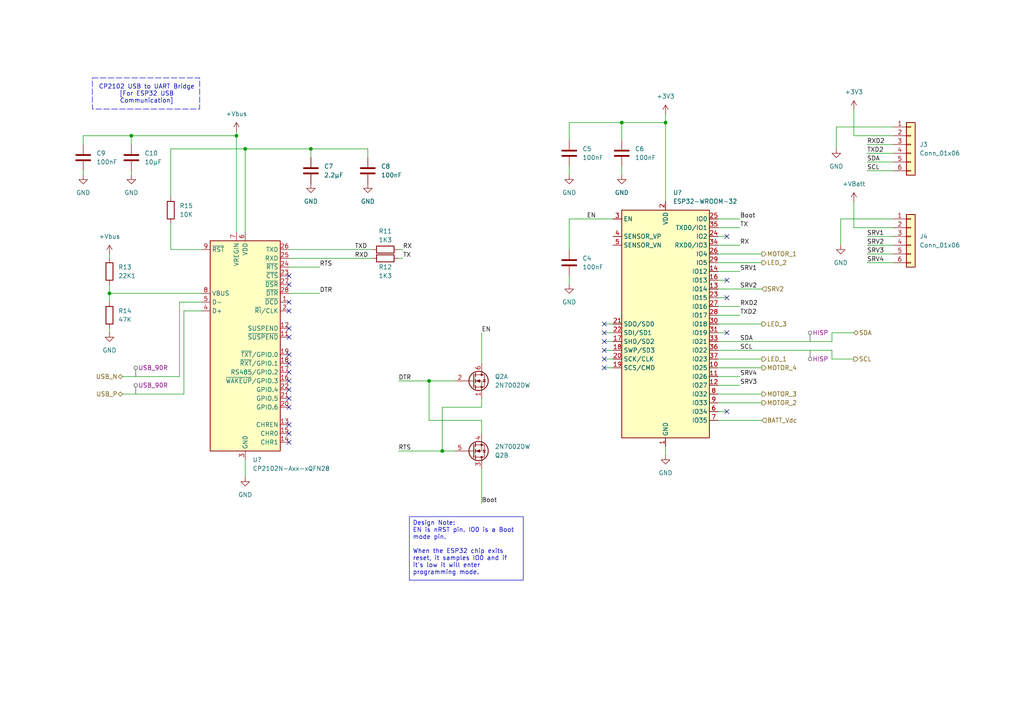
<source format=kicad_sch>
(kicad_sch (version 20250114) (generator "eeschema") (generator_version "9.0")
  (paper "A4")
  (lib_symbols
    (symbol "AI_CAPACITORS:C" (pin_numbers (hide yes)) (pin_names (offset 0.254))
      (property "Reference" "C" (at 0.635 2.54 0))
      (property "Value" "C" (at 0.635 -2.54 0))
      (symbol "C_0_1"
        (polyline (pts (xy -2.032 0.762) (xy 2.032 0.762)) (stroke (width 0.508)))
        (polyline (pts (xy -2.032 -0.762) (xy 2.032 -0.762)) (stroke (width 0.508)))
      )
      (symbol "C_1_1"
        (pin passive line (at 0 3.81 270) (length 2.794) (name "~") (number "1"))
        (pin passive line (at 0 -3.81 90) (length 2.794) (name "~") (number "2"))
      )
    )
    (symbol "AI_CONNECTORS:Conn_01x06" (pin_names (offset 1.016) (hide yes))
      (property "Reference" "J" (at 0 7.62 0))
      (property "Value" "Conn_01x06" (at 0 -10.16 0))
      (symbol "Conn_01x06_1_1"
        (rectangle (start -1.27 6.35) (end 1.27 -8.89) (stroke (width 0.254)) (fill (type background)))
        (rectangle (start -1.27 5.207) (end 0 4.953) (stroke (width 0.1524)))
        (rectangle (start -1.27 2.667) (end 0 2.413) (stroke (width 0.1524)))
        (rectangle (start -1.27 0.127) (end 0 -0.127) (stroke (width 0.1524)))
        (rectangle (start -1.27 -2.413) (end 0 -2.667) (stroke (width 0.1524)))
        (rectangle (start -1.27 -4.953) (end 0 -5.207) (stroke (width 0.1524)))
        (rectangle (start -1.27 -7.493) (end 0 -7.747) (stroke (width 0.1524)))
        (pin passive line (at -5.08 5.08 0) (length 3.81) (name "Pin_1") (number "1"))
        (pin passive line (at -5.08 2.54 0) (length 3.81) (name "Pin_2") (number "2"))
        (pin passive line (at -5.08 0 0) (length 3.81) (name "Pin_3") (number "3"))
        (pin passive line (at -5.08 -2.54 0) (length 3.81) (name "Pin_4") (number "4"))
        (pin passive line (at -5.08 -5.08 0) (length 3.81) (name "Pin_5") (number "5"))
        (pin passive line (at -5.08 -7.62 0) (length 3.81) (name "Pin_6") (number "6"))
      )
    )
    (symbol "AI_RESISTORS:R" (pin_numbers (hide yes)) (pin_names (offset 0))
      (property "Reference" "R" (at 2.032 0 90))
      (property "Value" "R" (at 0 0 90))
      (symbol "R_0_1"
        (rectangle (start -1.016 -2.54) (end 1.016 2.54) (stroke (width 0.254)))
      )
      (symbol "R_1_1"
        (pin passive line (at 0 3.81 270) (length 1.27) (name "~") (number "1"))
        (pin passive line (at 0 -3.81 90) (length 1.27) (name "~") (number "2"))
      )
    )
    (symbol "Device:R" (pin_numbers (hide yes)) (pin_names (offset 0))
      (property "Reference" "R" (at 2.032 0 90))
      (property "Value" "R" (at 0 0 90))
      (symbol "R_0_1"
        (rectangle (start -1.016 -2.54) (end 1.016 2.54) (stroke (width 0.254)))
      )
      (symbol "R_1_1"
        (pin passive line (at 0 3.81 270) (length 1.27) (name "~") (number "1"))
        (pin passive line (at 0 -3.81 90) (length 1.27) (name "~") (number "2"))
      )
    )
    (symbol "Interface_USB:CP2102N-Axx-xQFN28"
      (property "Reference" "U" (at -8.89 31.75 0))
      (property "Value" "CP2102N-Axx-xQFN28" (at 12.7 31.75 0))
      (symbol "CP2102N-Axx-xQFN28_0_1"
        (rectangle (start -10.16 30.48) (end 10.16 -30.48) (stroke (width 0.254)) (fill (type background)))
      )
      (symbol "CP2102N-Axx-xQFN28_1_1"
        (pin input line (at -12.7 27.94 0) (length 2.54) (name "~{RST}") (number "9"))
        (pin input line (at -12.7 15.24 0) (length 2.54) (name "VBUS") (number "8"))
        (pin bidirectional line (at -12.7 12.7 0) (length 2.54) (name "D-") (number "5"))
        (pin bidirectional line (at -12.7 10.16 0) (length 2.54) (name "D+") (number "4"))
        (pin no_connect line (at -10.16 -27.94 0) (length 2.54) (hide yes) (name "NC") (number "10"))
        (pin power_in line (at -2.54 33.02 270) (length 2.54) (name "VREGIN") (number "7"))
        (pin power_in line (at 0 33.02 270) (length 2.54) (name "VDD") (number "6"))
        (pin passive line (at 0 -33.02 90) (length 2.54) (hide yes) (name "GND") (number "29"))
        (pin power_in line (at 0 -33.02 90) (length 2.54) (name "GND") (number "3"))
        (pin output line (at 12.7 27.94 180) (length 2.54) (name "TXD") (number "26"))
        (pin input line (at 12.7 25.4 180) (length 2.54) (name "RXD") (number "25"))
        (pin output line (at 12.7 22.86 180) (length 2.54) (name "~{RTS}") (number "24"))
        (pin input line (at 12.7 20.32 180) (length 2.54) (name "~{CTS}") (number "23"))
        (pin input line (at 12.7 17.78 180) (length 2.54) (name "~{DSR}") (number "27"))
        (pin output line (at 12.7 15.24 180) (length 2.54) (name "~{DTR}") (number "28"))
        (pin input line (at 12.7 12.7 180) (length 2.54) (name "~{DCD}") (number "1"))
        (pin bidirectional line (at 12.7 10.16 180) (length 2.54) (name "~{RI}/CLK") (number "2"))
        (pin output line (at 12.7 5.08 180) (length 2.54) (name "SUSPEND") (number "12"))
        (pin output line (at 12.7 2.54 180) (length 2.54) (name "~{SUSPEND}") (number "11"))
        (pin bidirectional line (at 12.7 -2.54 180) (length 2.54) (name "~{TXT}/GPIO.0") (number "19"))
        (pin bidirectional line (at 12.7 -5.08 180) (length 2.54) (name "~{RXT}/GPIO.1") (number "18"))
        (pin bidirectional line (at 12.7 -7.62 180) (length 2.54) (name "RS485/GPIO.2") (number "17"))
        (pin bidirectional line (at 12.7 -10.16 180) (length 2.54) (name "~{WAKEUP}/GPIO.3") (number "16"))
        (pin bidirectional line (at 12.7 -12.7 180) (length 2.54) (name "GPIO.4") (number "22"))
        (pin bidirectional line (at 12.7 -15.24 180) (length 2.54) (name "GPIO.5") (number "21"))
        (pin bidirectional line (at 12.7 -17.78 180) (length 2.54) (name "GPIO.6") (number "20"))
        (pin output line (at 12.7 -22.86 180) (length 2.54) (name "CHREN") (number "13"))
        (pin output line (at 12.7 -25.4 180) (length 2.54) (name "CHR0") (number "15"))
        (pin output line (at 12.7 -27.94 180) (length 2.54) (name "CHR1") (number "14"))
      )
    )
    (symbol "RF_Module:ESP32-WROOM-32"
      (property "Reference" "U" (at -12.7 34.29 0))
      (property "Value" "ESP32-WROOM-32" (at 1.27 34.29 0))
      (symbol "ESP32-WROOM-32_0_1"
        (rectangle (start -12.7 33.02) (end 12.7 -33.02) (stroke (width 0.254)) (fill (type background)))
      )
      (symbol "ESP32-WROOM-32_1_1"
        (pin input line (at -15.24 30.48 0) (length 2.54) (name "EN") (number "3"))
        (pin input line (at -15.24 25.4 0) (length 2.54) (name "SENSOR_VP") (number "4"))
        (pin input line (at -15.24 22.86 0) (length 2.54) (name "SENSOR_VN") (number "5"))
        (pin bidirectional line (at -15.24 0 0) (length 2.54) (name "SDO/SD0") (number "21"))
        (pin bidirectional line (at -15.24 -2.54 0) (length 2.54) (name "SDI/SD1") (number "22"))
        (pin bidirectional line (at -15.24 -5.08 0) (length 2.54) (name "SHD/SD2") (number "17"))
        (pin bidirectional line (at -15.24 -7.62 0) (length 2.54) (name "SWP/SD3") (number "18"))
        (pin bidirectional line (at -15.24 -10.16 0) (length 2.54) (name "SCK/CLK") (number "20"))
        (pin bidirectional line (at -15.24 -12.7 0) (length 2.54) (name "SCS/CMD") (number "19"))
        (pin no_connect line (at -12.7 -27.94 0) (length 2.54) (hide yes) (name "NC") (number "32"))
        (pin power_in line (at 0 35.56 270) (length 2.54) (name "VDD") (number "2"))
        (pin power_in line (at 0 -35.56 90) (length 2.54) (name "GND") (number "1"))
        (pin passive line (at 0 -35.56 90) (length 2.54) (hide yes) (name "GND") (number "15"))
        (pin passive line (at 0 -35.56 90) (length 2.54) (hide yes) (name "GND") (number "38"))
        (pin passive line (at 0 -35.56 90) (length 2.54) (hide yes) (name "GND") (number "39"))
        (pin bidirectional line (at 15.24 30.48 180) (length 2.54) (name "IO0") (number "25"))
        (pin bidirectional line (at 15.24 27.94 180) (length 2.54) (name "TXD0/IO1") (number "35"))
        (pin bidirectional line (at 15.24 25.4 180) (length 2.54) (name "IO2") (number "24"))
        (pin bidirectional line (at 15.24 22.86 180) (length 2.54) (name "RXD0/IO3") (number "34"))
        (pin bidirectional line (at 15.24 20.32 180) (length 2.54) (name "IO4") (number "26"))
        (pin bidirectional line (at 15.24 17.78 180) (length 2.54) (name "IO5") (number "29"))
        (pin bidirectional line (at 15.24 15.24 180) (length 2.54) (name "IO12") (number "14"))
        (pin bidirectional line (at 15.24 12.7 180) (length 2.54) (name "IO13") (number "16"))
        (pin bidirectional line (at 15.24 10.16 180) (length 2.54) (name "IO14") (number "13"))
        (pin bidirectional line (at 15.24 7.62 180) (length 2.54) (name "IO15") (number "23"))
        (pin bidirectional line (at 15.24 5.08 180) (length 2.54) (name "IO16") (number "27"))
        (pin bidirectional line (at 15.24 2.54 180) (length 2.54) (name "IO17") (number "28"))
        (pin bidirectional line (at 15.24 0 180) (length 2.54) (name "IO18") (number "30"))
        (pin bidirectional line (at 15.24 -2.54 180) (length 2.54) (name "IO19") (number "31"))
        (pin bidirectional line (at 15.24 -5.08 180) (length 2.54) (name "IO21") (number "33"))
        (pin bidirectional line (at 15.24 -7.62 180) (length 2.54) (name "IO22") (number "36"))
        (pin bidirectional line (at 15.24 -10.16 180) (length 2.54) (name "IO23") (number "37"))
        (pin bidirectional line (at 15.24 -12.7 180) (length 2.54) (name "IO25") (number "10"))
        (pin bidirectional line (at 15.24 -15.24 180) (length 2.54) (name "IO26") (number "11"))
        (pin bidirectional line (at 15.24 -17.78 180) (length 2.54) (name "IO27") (number "12"))
        (pin bidirectional line (at 15.24 -20.32 180) (length 2.54) (name "IO32") (number "8"))
        (pin bidirectional line (at 15.24 -22.86 180) (length 2.54) (name "IO33") (number "9"))
        (pin input line (at 15.24 -25.4 180) (length 2.54) (name "IO34") (number "6"))
        (pin input line (at 15.24 -27.94 180) (length 2.54) (name "IO35") (number "7"))
      )
    )
    (symbol "Transistor_FET:Q_Dual_NMOS_S1G1D2S2G2D1" (pin_names (offset 0) (hide yes))
      (property "Reference" "Q" (at 5.08 1.905 0))
      (property "Value" "Q_Dual_NMOS_S1G1D2S2G2D1" (at 5.08 0 0))
      (symbol "Q_Dual_NMOS_S1G1D2S2G2D1_0_1"
        (polyline (pts (xy 0.254 1.905) (xy 0.254 -1.905)) (stroke (width 0.254)))
        (polyline (pts (xy 0.254 0) (xy -2.54 0)))
        (polyline (pts (xy 0.762 2.286) (xy 0.762 1.27)) (stroke (width 0.254)))
        (polyline (pts (xy 0.762 0.508) (xy 0.762 -0.508)) (stroke (width 0.254)))
        (polyline (pts (xy 0.762 -1.27) (xy 0.762 -2.286)) (stroke (width 0.254)))
        (polyline (pts (xy 0.762 -1.778) (xy 3.302 -1.778) (xy 3.302 1.778) (xy 0.762 1.778)))
        (polyline (pts (xy 1.016 0) (xy 2.032 0.381) (xy 2.032 -0.381) (xy 1.016 0)) (fill (type outline)))
        (circle (center 1.651 0) (radius 2.794) (stroke (width 0.254)))
        (polyline (pts (xy 2.54 2.54) (xy 2.54 1.778)))
        (circle (center 2.54 1.778) (radius 0.254) (fill (type outline)))
        (circle (center 2.54 -1.778) (radius 0.254) (fill (type outline)))
        (polyline (pts (xy 2.54 -2.54) (xy 2.54 0) (xy 0.762 0)))
        (polyline (pts (xy 2.921 0.381) (xy 3.683 0.381)))
        (polyline (pts (xy 3.302 0.381) (xy 2.921 -0.254) (xy 3.683 -0.254) (xy 3.302 0.381)))
      )
      (symbol "Q_Dual_NMOS_S1G1D2S2G2D1_1_1"
        (pin input line (at -5.08 0 0) (length 2.54) (name "G") (number "2"))
        (pin passive line (at 2.54 5.08 270) (length 2.54) (name "D") (number "6"))
        (pin passive line (at 2.54 -5.08 90) (length 2.54) (name "S") (number "1"))
      )
      (symbol "Q_Dual_NMOS_S1G1D2S2G2D1_2_1"
        (pin input line (at -5.08 0 0) (length 2.54) (name "G") (number "5"))
        (pin passive line (at 2.54 5.08 270) (length 2.54) (name "D") (number "3"))
        (pin passive line (at 2.54 -5.08 90) (length 2.54) (name "S") (number "4"))
      )
    )
    (symbol "power:+3V3" (power) (pin_numbers (hide yes)) (pin_names (offset 0) (hide yes))
      (property "Value" "+3V3" (at 0 3.556 0))
      (symbol "+3V3_0_1"
        (polyline (pts (xy -0.762 1.27) (xy 0 2.54)))
        (polyline (pts (xy 0 2.54) (xy 0.762 1.27)))
        (polyline (pts (xy 0 0) (xy 0 2.54)))
      )
      (symbol "+3V3_1_1"
        (pin power_in line (at 0 0 90) (length 0) (name "~") (number "1"))
      )
    )
    (symbol "power:+BATT" (power) (pin_numbers (hide yes)) (pin_names (offset 0) (hide yes))
      (property "Value" "+BATT" (at 0 3.556 0))
      (symbol "+BATT_0_1"
        (polyline (pts (xy -0.762 1.27) (xy 0 2.54)))
        (polyline (pts (xy 0 2.54) (xy 0.762 1.27)))
        (polyline (pts (xy 0 0) (xy 0 2.54)))
      )
      (symbol "+BATT_1_1"
        (pin power_in line (at 0 0 90) (length 0) (name "~") (number "1"))
      )
    )
    (symbol "power:GND" (power) (pin_numbers (hide yes)) (pin_names (offset 0) (hide yes))
      (property "Value" "GND" (at 0 -3.81 0))
      (symbol "GND_0_1"
        (polyline (pts (xy 0 0) (xy 0 -1.27) (xy 1.27 -1.27) (xy 0 -2.54) (xy -1.27 -1.27) (xy 0 -1.27)))
      )
      (symbol "GND_1_1"
        (pin power_in line (at 0 0 270) (length 0) (name "~") (number "1"))
      )
    )
    (symbol "power:VBUS" (power) (pin_numbers (hide yes)) (pin_names (offset 0) (hide yes))
      (property "Value" "VBUS" (at 0 3.556 0))
      (symbol "VBUS_0_1"
        (polyline (pts (xy -0.762 1.27) (xy 0 2.54)))
        (polyline (pts (xy 0 2.54) (xy 0.762 1.27)))
        (polyline (pts (xy 0 0) (xy 0 2.54)))
      )
      (symbol "VBUS_1_1"
        (pin power_in line (at 0 0 90) (length 0) (name "~") (number "1"))
      )
    )
  )
  (rectangle (start 26.797 22.606) (end 57.912 31.623) (stroke (width 0) (type dash)))
  (text "CP2102 USB to UART Bridge\n[For ESP32 USB\nCommunication]" (at 42.545 27.305 0) (effects (font (size 1.27 1.27))))
  (text_box "Design Note:\nEN is nRST pin. IO0 is a Boot mode pin.\n\nWhen the ESP32 chip exits reset, it samples IO0 and if it's low it will enter programming mode." (at 118.745 149.86 0) (size 33.02 18.415) (margins 0.9525 0.9525 0.9525 0.9525) (effects (font (size 1.27 1.27)) (justify left top)))
  (junction (at 124.46 110.49))
  (junction (at 31.75 85.09))
  (junction (at 71.12 43.18))
  (junction (at 180.34 35.56))
  (junction (at 68.58 39.37))
  (junction (at 38.1 39.37))
  (junction (at 90.17 43.18))
  (junction (at 193.04 35.56))
  (junction (at 128.27 130.81))
  (no_connect (at 83.82 113.03))
  (no_connect (at 83.82 128.27))
  (no_connect (at 83.82 87.63))
  (no_connect (at 83.82 102.87))
  (no_connect (at 175.26 99.06))
  (no_connect (at 83.82 97.79))
  (no_connect (at 175.26 93.98))
  (no_connect (at 210.82 86.36))
  (no_connect (at 210.82 81.28))
  (no_connect (at 83.82 80.01))
  (no_connect (at 83.82 95.25))
  (no_connect (at 83.82 82.55))
  (no_connect (at 175.26 96.52))
  (no_connect (at 210.82 96.52))
  (no_connect (at 83.82 110.49))
  (no_connect (at 210.82 68.58))
  (no_connect (at 210.82 119.38))
  (no_connect (at 83.82 105.41))
  (no_connect (at 175.26 104.14))
  (no_connect (at 83.82 115.57))
  (no_connect (at 83.82 125.73))
  (no_connect (at 83.82 118.11))
  (no_connect (at 83.82 123.19))
  (no_connect (at 175.26 106.68))
  (no_connect (at 83.82 107.95))
  (no_connect (at 175.26 101.6))
  (no_connect (at 83.82 90.17))
  (wire (pts (xy 53.34 90.17) (xy 58.42 90.17)))
  (wire (pts (xy 115.57 110.49) (xy 124.46 110.49)))
  (wire (pts (xy 208.28 71.12) (xy 214.63 71.12)))
  (wire (pts (xy 208.28 81.28) (xy 210.82 81.28)))
  (wire (pts (xy 139.7 121.92) (xy 139.7 125.73)))
  (wire (pts (xy 175.26 96.52) (xy 177.8 96.52)))
  (wire (pts (xy 115.57 74.93) (xy 116.84 74.93)))
  (wire (pts (xy 175.26 106.68) (xy 177.8 106.68)))
  (wire (pts (xy 208.28 114.3) (xy 220.98 114.3)))
  (wire (pts (xy 38.1 39.37) (xy 38.1 41.91)))
  (wire (pts (xy 90.17 43.18) (xy 90.17 45.72)))
  (wire (pts (xy 208.28 63.5) (xy 214.63 63.5)))
  (wire (pts (xy 251.46 68.58) (xy 259.08 68.58)))
  (wire (pts (xy 243.84 63.5) (xy 259.08 63.5)))
  (wire (pts (xy 35.56 109.22) (xy 52.07 109.22)))
  (wire (pts (xy 193.04 33.02) (xy 193.04 35.56)))
  (wire (pts (xy 115.57 72.39) (xy 116.84 72.39)))
  (wire (pts (xy 24.13 50.8) (xy 24.13 49.53)))
  (wire (pts (xy 247.65 31.75) (xy 247.65 39.37)))
  (wire (pts (xy 251.46 44.45) (xy 259.08 44.45)))
  (wire (pts (xy 24.13 39.37) (xy 24.13 41.91)))
  (wire (pts (xy 208.28 68.58) (xy 210.82 68.58)))
  (wire (pts (xy 139.7 115.57) (xy 139.7 118.11)))
  (wire (pts (xy 208.28 83.82) (xy 220.98 83.82)))
  (wire (pts (xy 124.46 110.49) (xy 124.46 121.92)))
  (wire (pts (xy 38.1 39.37) (xy 68.58 39.37)))
  (wire (pts (xy 193.04 35.56) (xy 193.04 58.42)))
  (wire (pts (xy 208.28 76.2) (xy 220.98 76.2)))
  (wire (pts (xy 208.28 96.52) (xy 210.82 96.52)))
  (wire (pts (xy 242.57 36.83) (xy 242.57 43.18)))
  (wire (pts (xy 251.46 41.91) (xy 259.08 41.91)))
  (wire (pts (xy 128.27 130.81) (xy 132.08 130.81)))
  (wire (pts (xy 31.75 85.09) (xy 58.42 85.09)))
  (wire (pts (xy 124.46 121.92) (xy 139.7 121.92)))
  (wire (pts (xy 71.12 43.18) (xy 90.17 43.18)))
  (wire (pts (xy 208.28 109.22) (xy 214.63 109.22)))
  (wire (pts (xy 243.84 63.5) (xy 243.84 71.12)))
  (wire (pts (xy 165.1 35.56) (xy 165.1 40.64)))
  (wire (pts (xy 31.75 95.25) (xy 31.75 96.52)))
  (wire (pts (xy 208.28 73.66) (xy 220.98 73.66)))
  (wire (pts (xy 165.1 35.56) (xy 180.34 35.56)))
  (wire (pts (xy 24.13 39.37) (xy 38.1 39.37)))
  (wire (pts (xy 251.46 73.66) (xy 259.08 73.66)))
  (wire (pts (xy 83.82 85.09) (xy 92.71 85.09)))
  (wire (pts (xy 71.12 133.35) (xy 71.12 138.43)))
  (wire (pts (xy 208.28 66.04) (xy 214.63 66.04)))
  (wire (pts (xy 208.28 86.36) (xy 210.82 86.36)))
  (wire (pts (xy 53.34 114.3) (xy 53.34 90.17)))
  (wire (pts (xy 251.46 46.99) (xy 259.08 46.99)))
  (wire (pts (xy 251.46 71.12) (xy 259.08 71.12)))
  (wire (pts (xy 31.75 73.66) (xy 31.75 74.93)))
  (wire (pts (xy 241.3 96.52) (xy 247.65 96.52)))
  (wire (pts (xy 49.53 43.18) (xy 49.53 57.15)))
  (wire (pts (xy 175.26 93.98) (xy 177.8 93.98)))
  (wire (pts (xy 115.57 130.81) (xy 128.27 130.81)))
  (wire (pts (xy 242.57 36.83) (xy 259.08 36.83)))
  (wire (pts (xy 247.65 66.04) (xy 259.08 66.04)))
  (wire (pts (xy 208.28 93.98) (xy 220.98 93.98)))
  (wire (pts (xy 35.56 114.3) (xy 53.34 114.3)))
  (wire (pts (xy 208.28 104.14) (xy 220.98 104.14)))
  (wire (pts (xy 247.65 58.42) (xy 247.65 66.04)))
  (wire (pts (xy 251.46 76.2) (xy 259.08 76.2)))
  (wire (pts (xy 83.82 74.93) (xy 107.95 74.93)))
  (wire (pts (xy 106.68 43.18) (xy 106.68 45.72)))
  (wire (pts (xy 165.1 80.01) (xy 165.1 82.55)))
  (wire (pts (xy 38.1 50.8) (xy 38.1 49.53)))
  (wire (pts (xy 208.28 99.06) (xy 241.3 99.06)))
  (wire (pts (xy 139.7 135.89) (xy 139.7 146.05)))
  (wire (pts (xy 208.28 119.38) (xy 210.82 119.38)))
  (wire (pts (xy 251.46 49.53) (xy 259.08 49.53)))
  (wire (pts (xy 128.27 118.11) (xy 128.27 130.81)))
  (wire (pts (xy 208.28 106.68) (xy 220.98 106.68)))
  (wire (pts (xy 165.1 48.26) (xy 165.1 50.8)))
  (wire (pts (xy 175.26 104.14) (xy 177.8 104.14)))
  (wire (pts (xy 68.58 39.37) (xy 68.58 67.31)))
  (wire (pts (xy 139.7 96.52) (xy 139.7 105.41)))
  (wire (pts (xy 31.75 87.63) (xy 31.75 85.09)))
  (wire (pts (xy 208.28 78.74) (xy 214.63 78.74)))
  (wire (pts (xy 128.27 118.11) (xy 139.7 118.11)))
  (wire (pts (xy 90.17 43.18) (xy 106.68 43.18)))
  (wire (pts (xy 68.58 38.1) (xy 68.58 39.37)))
  (wire (pts (xy 241.3 104.14) (xy 247.65 104.14)))
  (wire (pts (xy 193.04 129.54) (xy 193.04 132.08)))
  (wire (pts (xy 208.28 88.9) (xy 214.63 88.9)))
  (wire (pts (xy 83.82 77.47) (xy 92.71 77.47)))
  (wire (pts (xy 124.46 110.49) (xy 132.08 110.49)))
  (wire (pts (xy 175.26 99.06) (xy 177.8 99.06)))
  (wire (pts (xy 83.82 72.39) (xy 107.95 72.39)))
  (wire (pts (xy 49.53 72.39) (xy 58.42 72.39)))
  (wire (pts (xy 31.75 82.55) (xy 31.75 85.09)))
  (wire (pts (xy 247.65 39.37) (xy 259.08 39.37)))
  (wire (pts (xy 165.1 63.5) (xy 177.8 63.5)))
  (wire (pts (xy 208.28 91.44) (xy 214.63 91.44)))
  (wire (pts (xy 208.28 116.84) (xy 220.98 116.84)))
  (wire (pts (xy 180.34 35.56) (xy 180.34 40.64)))
  (wire (pts (xy 52.07 109.22) (xy 52.07 87.63)))
  (wire (pts (xy 208.28 121.92) (xy 220.98 121.92)))
  (wire (pts (xy 49.53 64.77) (xy 49.53 72.39)))
  (wire (pts (xy 180.34 48.26) (xy 180.34 50.8)))
  (wire (pts (xy 208.28 111.76) (xy 214.63 111.76)))
  (wire (pts (xy 208.28 101.6) (xy 241.3 101.6)))
  (wire (pts (xy 180.34 35.56) (xy 193.04 35.56)))
  (wire (pts (xy 49.53 43.18) (xy 71.12 43.18)))
  (wire (pts (xy 241.3 96.52) (xy 241.3 99.06)))
  (wire (pts (xy 175.26 101.6) (xy 177.8 101.6)))
  (wire (pts (xy 52.07 87.63) (xy 58.42 87.63)))
  (wire (pts (xy 165.1 63.5) (xy 165.1 72.39)))
  (wire (pts (xy 71.12 43.18) (xy 71.12 67.31)))
  (wire (pts (xy 241.3 101.6) (xy 241.3 104.14)))
  (label "SRV1" (at 251.46 68.58 0))
  (label "EN" (at 139.7 96.52 0))
  (label "TX" (at 214.63 66.04 0))
  (label "SRV4" (at 214.63 109.22 0))
  (label "RXD2" (at 251.46 41.91 0))
  (label "RXD" (at 102.87 74.93 0))
  (label "SCL" (at 251.46 49.53 0))
  (label "SRV3" (at 214.63 111.76 0))
  (label "RX" (at 116.84 72.39 0))
  (label "RTS" (at 92.71 77.47 0))
  (label "SRV4" (at 251.46 76.2 0))
  (label "DTR" (at 92.71 85.09 0))
  (label "Boot" (at 214.63 63.5 0))
  (label "RTS" (at 115.57 130.81 0))
  (label "EN" (at 170.18 63.5 0))
  (label "SDA" (at 251.46 46.99 0))
  (label "SRV2" (at 251.46 71.12 0))
  (label "Boot" (at 139.7 146.05 0))
  (label "TX" (at 116.84 74.93 0))
  (label "DTR" (at 115.57 110.49 0))
  (label "SCL" (at 214.63 101.6 0))
  (label "TXD" (at 102.87 72.39 0))
  (label "RXD2" (at 214.63 88.9 0))
  (label "SRV2" (at 214.63 83.82 0))
  (label "SDA" (at 214.63 99.06 0))
  (label "SRV3" (at 251.46 73.66 0))
  (label "TXD2" (at 251.46 44.45 0))
  (label "SRV1" (at 214.63 78.74 0))
  (label "TXD2" (at 214.63 91.44 0))
  (label "RX" (at 214.63 71.12 0))
  (hierarchical_label "LED_1" (shape output) (at 220.98 104.14 0))
  (hierarchical_label "MOTOR_1" (shape output) (at 220.98 73.66 0))
  (hierarchical_label "LED_3" (shape output) (at 220.98 93.98 0))
  (hierarchical_label "BATT_Vdc" (shape input) (at 220.98 121.92 0))
  (hierarchical_label "MOTOR_2" (shape output) (at 220.98 116.84 0))
  (hierarchical_label "SDA" (shape bidirectional) (at 247.65 96.52 0))
  (hierarchical_label "USB_P" (shape bidirectional) (at 35.56 114.3 180))
  (hierarchical_label "MOTOR_3" (shape output) (at 220.98 114.3 0))
  (hierarchical_label "SRV2" (shape input) (at 220.98 83.82 0))
  (hierarchical_label "LED_2" (shape output) (at 220.98 76.2 0))
  (hierarchical_label "SCL" (shape output) (at 247.65 104.14 0))
  (hierarchical_label "USB_N" (shape bidirectional) (at 35.56 109.22 180))
  (hierarchical_label "MOTOR_4" (shape output) (at 220.98 106.68 0))
  (netclass_flag "" (length 2.54) (shape round) (at 39.37 109.22 0) (property "Netclass" "USB_90R" (at 40.0685 106.68 0) (effects (justify left))))
  (netclass_flag "" (length 2.54) (shape round) (at 39.37 114.3 0) (property "Netclass" "USB_90R" (at 40.0685 111.76 0) (effects (justify left))))
  (netclass_flag "" (length 2.54) (shape round) (at 234.95 101.6 180) (property "Netclass" "HISP" (at 235.6485 104.14 0) (effects (justify left))))
  (netclass_flag "" (length 2.54) (shape round) (at 234.95 99.06 0) (property "Netclass" "HISP" (at 235.6485 96.52 0) (effects (justify left))))
  (symbol (lib_id "power:GND") (at 24.13 50.8 0) (unit 1)
    (property "Reference" "#PWR042" (effects (hide yes)))
    (property "Value" "GND" (at 24.13 55.88 0))
    (property "Description" "Power symbol creates a global label with name \"GND\" , ground" (effects (hide yes)))
  )
  (symbol (lib_id "power:VBUS") (at 31.75 73.66 0) (unit 1)
    (property "Reference" "#PWR038" (effects (hide yes)))
    (property "Value" "+Vbus" (at 31.75 68.58 0))
    (property "Description" "Power symbol creates a global label with name \"VBUS\"" (effects (hide yes)))
  )
  (symbol (lib_id "Transistor_FET:Q_Dual_NMOS_S1G1D2S2G2D1") (at 137.16 130.81 0) (mirror x) (unit 2)
    (property "Reference" "Q2" (at 143.51 132.0801 0) (effects (justify left)))
    (property "Value" "2N7002DW" (at 143.51 129.5401 0) (effects (justify left)))
    (property "Footprint" "AI_MOSFETS:2N7002DW" (effects (hide yes)))
    (property "Description" "Dual NMOS transistor, 6 pin package" (effects (hide yes)))
  )
  (symbol (lib_id "power:+3V3") (at 193.04 33.02 0) (unit 1)
    (property "Reference" "#PWR029" (effects (hide yes)))
    (property "Value" "+3V3" (at 193.04 27.94 0))
    (property "Description" "Power symbol creates a global label with name \"+3V3\"" (effects (hide yes)))
  )
  (symbol (lib_id "power:GND") (at 165.1 82.55 0) (unit 1)
    (property "Reference" "#PWR02" (effects (hide yes)))
    (property "Value" "GND" (at 165.1 87.63 0))
    (property "Description" "Power symbol creates a global label with name \"GND\" , ground" (effects (hide yes)))
  )
  (symbol (lib_id "AI_CAPACITORS:C") (at 180.34 44.45 0) (unit 1)
    (property "Reference" "C6" (at 184.15 43.1799 0) (effects (justify left)))
    (property "Value" "100nF" (at 184.15 45.7199 0) (effects (justify left)))
    (property "Footprint" "Capacitor_SMD:C_0603_1608Metric" (effects (hide yes)))
    (property "Description" "Unpolarized capacitor" (effects (hide yes)))
  )
  (symbol (lib_id "Interface_USB:CP2102N-Axx-xQFN28") (at 71.12 100.33 0) (unit 1)
    (property "Reference" "U?" (at 73.2633 133.35 0) (effects (justify left)))
    (property "Value" "CP2102N-Axx-xQFN28" (at 73.2633 135.89 0) (effects (justify left)))
    (property "Footprint" "Package_DFN_QFN:QFN-28-1EP_5x5mm_P0.5mm_EP3.35x3.35mm" (effects (hide yes)))
    (property "Datasheet" "https://www.silabs.com/documents/public/data-sheets/cp2102n-datasheet.pdf" (effects (hide yes)))
    (property "Description" "USB to UART master bridge, QFN-28" (effects (hide yes)))
  )
  (symbol (lib_id "AI_RESISTORS:R") (at 49.53 60.96 0) (unit 1)
    (property "Reference" "R15" (at 52.07 59.6899 0) (effects (justify left)))
    (property "Value" "10K" (at 52.07 62.2299 0) (effects (justify left)))
    (property "Footprint" "Resistor_SMD:R_0603_1608Metric" (effects (hide yes)))
    (property "Description" "Resistor" (effects (hide yes)))
  )
  (symbol (lib_id "power:GND") (at 193.04 132.08 0) (unit 1)
    (property "Reference" "#PWR01" (effects (hide yes)))
    (property "Value" "GND" (at 193.04 137.16 0))
    (property "Description" "Power symbol creates a global label with name \"GND\" , ground" (effects (hide yes)))
  )
  (symbol (lib_id "AI_CONNECTORS:Conn_01x06") (at 264.16 41.91 0) (unit 1)
    (property "Reference" "J3" (at 266.7 41.9099 0) (effects (justify left)))
    (property "Value" "Conn_01x06" (at 266.7 44.4499 0) (effects (justify left)))
    (property "Footprint" "Connector_PinHeader_2.54mm:PinHeader_1x06_P2.54mm_Vertical" (effects (hide yes)))
    (property "Description" "Generic connector, single row, 01x06, script generated (kicad-library-utils/schlib/autogen/connector/)" (effects (hide yes)))
  )
  (symbol (lib_id "power:+BATT") (at 247.65 58.42 0) (unit 1)
    (property "Reference" "#PWR035" (effects (hide yes)))
    (property "Value" "+VBatt" (at 247.65 53.34 0))
    (property "Description" "Power symbol creates a global label with name \"+BATT\"" (effects (hide yes)))
  )
  (symbol (lib_id "AI_CAPACITORS:C") (at 38.1 45.72 0) (unit 1)
    (property "Reference" "C10" (at 41.91 44.4499 0) (effects (justify left)))
    (property "Value" "10μF" (at 41.91 46.9899 0) (effects (justify left)))
    (property "Footprint" "Capacitor_SMD:C_0603_1608Metric" (effects (hide yes)))
    (property "Description" "Unpolarized capacitor" (effects (hide yes)))
  )
  (symbol (lib_id "power:GND") (at 180.34 50.8 0) (unit 1)
    (property "Reference" "#PWR031" (effects (hide yes)))
    (property "Value" "GND" (at 180.34 55.88 0))
    (property "Description" "Power symbol creates a global label with name \"GND\" , ground" (effects (hide yes)))
  )
  (symbol (lib_id "power:GND") (at 31.75 96.52 0) (unit 1)
    (property "Reference" "#PWR037" (effects (hide yes)))
    (property "Value" "GND" (at 31.75 101.6 0))
    (property "Description" "Power symbol creates a global label with name \"GND\" , ground" (effects (hide yes)))
  )
  (symbol (lib_id "power:GND") (at 242.57 43.18 0) (unit 1)
    (property "Reference" "#PWR032" (effects (hide yes)))
    (property "Value" "GND" (at 242.57 48.26 0))
    (property "Description" "Power symbol creates a global label with name \"GND\" , ground" (effects (hide yes)))
  )
  (symbol (lib_id "Device:R") (at 111.76 74.93 90) (unit 1)
    (property "Reference" "R12" (at 111.76 77.47 90))
    (property "Value" "1K3" (at 111.76 80.01 90))
    (property "Footprint" "Resistor_SMD:R_0603_1608Metric" (effects (hide yes)))
    (property "Description" "Resistor" (effects (hide yes)))
  )
  (symbol (lib_id "power:+3V3") (at 247.65 31.75 0) (unit 1)
    (property "Reference" "#PWR033" (effects (hide yes)))
    (property "Value" "+3V3" (at 247.65 26.67 0))
    (property "Description" "Power symbol creates a global label with name \"+3V3\"" (effects (hide yes)))
  )
  (symbol (lib_id "Device:R") (at 111.76 72.39 90) (unit 1)
    (property "Reference" "R11" (at 111.76 67.056 90))
    (property "Value" "1K3" (at 111.76 69.596 90))
    (property "Footprint" "Resistor_SMD:R_0603_1608Metric" (effects (hide yes)))
    (property "Description" "Resistor" (effects (hide yes)))
  )
  (symbol (lib_id "power:GND") (at 106.68 53.34 0) (unit 1)
    (property "Reference" "#PWR039" (effects (hide yes)))
    (property "Value" "GND" (at 106.68 58.42 0))
    (property "Description" "Power symbol creates a global label with name \"GND\" , ground" (effects (hide yes)))
  )
  (symbol (lib_id "AI_CAPACITORS:C") (at 106.68 49.53 0) (unit 1)
    (property "Reference" "C8" (at 110.49 48.2599 0) (effects (justify left)))
    (property "Value" "100nF" (at 110.49 50.7999 0) (effects (justify left)))
    (property "Footprint" "Capacitor_SMD:C_0603_1608Metric" (effects (hide yes)))
    (property "Description" "Unpolarized capacitor" (effects (hide yes)))
  )
  (symbol (lib_id "AI_RESISTORS:R") (at 31.75 91.44 0) (unit 1)
    (property "Reference" "R14" (at 34.29 90.1699 0) (effects (justify left)))
    (property "Value" "47K" (at 34.29 92.7099 0) (effects (justify left)))
    (property "Footprint" "Resistor_SMD:R_0603_1608Metric" (effects (hide yes)))
    (property "Description" "Resistor" (effects (hide yes)))
  )
  (symbol (lib_id "AI_CAPACITORS:C") (at 24.13 45.72 0) (unit 1)
    (property "Reference" "C9" (at 27.94 44.4499 0) (effects (justify left)))
    (property "Value" "100nF" (at 27.94 46.9899 0) (effects (justify left)))
    (property "Footprint" "Capacitor_SMD:C_0603_1608Metric" (effects (hide yes)))
    (property "Description" "Unpolarized capacitor" (effects (hide yes)))
  )
  (symbol (lib_id "AI_CAPACITORS:C") (at 90.17 49.53 0) (unit 1)
    (property "Reference" "C7" (at 93.98 48.2599 0) (effects (justify left)))
    (property "Value" "2.2μF" (at 93.98 50.7999 0) (effects (justify left)))
    (property "Footprint" "Capacitor_SMD:C_0603_1608Metric" (effects (hide yes)))
    (property "Description" "Unpolarized capacitor" (effects (hide yes)))
  )
  (symbol (lib_id "power:GND") (at 243.84 71.12 0) (unit 1)
    (property "Reference" "#PWR034" (effects (hide yes)))
    (property "Value" "GND" (at 243.84 76.2 0))
    (property "Description" "Power symbol creates a global label with name \"GND\" , ground" (effects (hide yes)))
  )
  (symbol (lib_id "power:VBUS") (at 68.58 38.1 0) (unit 1)
    (property "Reference" "#PWR041" (effects (hide yes)))
    (property "Value" "+Vbus" (at 68.58 33.02 0))
    (property "Description" "Power symbol creates a global label with name \"VBUS\"" (effects (hide yes)))
  )
  (symbol (lib_id "AI_CAPACITORS:C") (at 165.1 76.2 0) (unit 1)
    (property "Reference" "C4" (at 168.91 74.9299 0) (effects (justify left)))
    (property "Value" "100nF" (at 168.91 77.4699 0) (effects (justify left)))
    (property "Footprint" "Capacitor_SMD:C_0603_1608Metric" (effects (hide yes)))
    (property "Description" "Unpolarized capacitor" (effects (hide yes)))
  )
  (symbol (lib_id "AI_CAPACITORS:C") (at 165.1 44.45 0) (unit 1)
    (property "Reference" "C5" (at 168.91 43.1799 0) (effects (justify left)))
    (property "Value" "100nF" (at 168.91 45.7199 0) (effects (justify left)))
    (property "Footprint" "Capacitor_SMD:C_0603_1608Metric" (effects (hide yes)))
    (property "Description" "Unpolarized capacitor" (effects (hide yes)))
  )
  (symbol (lib_id "power:GND") (at 38.1 50.8 0) (unit 1)
    (property "Reference" "#PWR043" (effects (hide yes)))
    (property "Value" "GND" (at 38.1 55.88 0))
    (property "Description" "Power symbol creates a global label with name \"GND\" , ground" (effects (hide yes)))
  )
  (symbol (lib_id "RF_Module:ESP32-WROOM-32") (at 193.04 93.98 0) (unit 1)
    (property "Reference" "U?" (at 195.1833 55.88 0) (effects (justify left)))
    (property "Value" "ESP32-WROOM-32" (at 195.1833 58.42 0) (effects (justify left)))
    (property "Footprint" "RF_Module:ESP32-WROOM-32" (effects (hide yes)))
    (property "Datasheet" "https://www.espressif.com/sites/default/files/documentation/esp32-wroom-32_datasheet_en.pdf" (effects (hide yes)))
    (property "Description" "RF Module, ESP32-D0WDQ6 SoC, Wi-Fi 802.11b/g/n, Bluetooth, BLE, 32-bit, 2.7-3.6V, onboard antenna, SMD" (effects (hide yes)))
  )
  (symbol (lib_id "power:GND") (at 90.17 53.34 0) (unit 1)
    (property "Reference" "#PWR040" (effects (hide yes)))
    (property "Value" "GND" (at 90.17 58.42 0))
    (property "Description" "Power symbol creates a global label with name \"GND\" , ground" (effects (hide yes)))
  )
  (symbol (lib_id "Transistor_FET:Q_Dual_NMOS_S1G1D2S2G2D1") (at 137.16 110.49 0) (unit 1)
    (property "Reference" "Q2" (at 143.51 109.2199 0) (effects (justify left)))
    (property "Value" "2N7002DW" (at 143.51 111.7599 0) (effects (justify left)))
    (property "Footprint" "AI_MOSFETS:2N7002DW" (effects (hide yes)))
    (property "Description" "Dual NMOS transistor, 6 pin package" (effects (hide yes)))
  )
  (symbol (lib_id "AI_RESISTORS:R") (at 31.75 78.74 0) (unit 1)
    (property "Reference" "R13" (at 34.29 77.4699 0) (effects (justify left)))
    (property "Value" "22K1" (at 34.29 80.0099 0) (effects (justify left)))
    (property "Footprint" "Resistor_SMD:R_0603_1608Metric" (effects (hide yes)))
    (property "Description" "Resistor" (effects (hide yes)))
  )
  (symbol (lib_id "power:GND") (at 165.1 50.8 0) (unit 1)
    (property "Reference" "#PWR030" (effects (hide yes)))
    (property "Value" "GND" (at 165.1 55.88 0))
    (property "Description" "Power symbol creates a global label with name \"GND\" , ground" (effects (hide yes)))
  )
  (symbol (lib_id "power:GND") (at 71.12 138.43 0) (unit 1)
    (property "Reference" "#PWR036" (effects (hide yes)))
    (property "Value" "GND" (at 71.12 143.51 0))
    (property "Description" "Power symbol creates a global label with name \"GND\" , ground" (effects (hide yes)))
  )
  (symbol (lib_id "AI_CONNECTORS:Conn_01x06") (at 264.16 68.58 0) (unit 1)
    (property "Reference" "J4" (at 266.7 68.5799 0) (effects (justify left)))
    (property "Value" "Conn_01x06" (at 266.7 71.1199 0) (effects (justify left)))
    (property "Footprint" "Connector_PinHeader_2.54mm:PinHeader_1x06_P2.54mm_Vertical" (effects (hide yes)))
    (property "Description" "Generic connector, single row, 01x06, script generated (kicad-library-utils/schlib/autogen/connector/)" (effects (hide yes)))
  )
)
</source>
